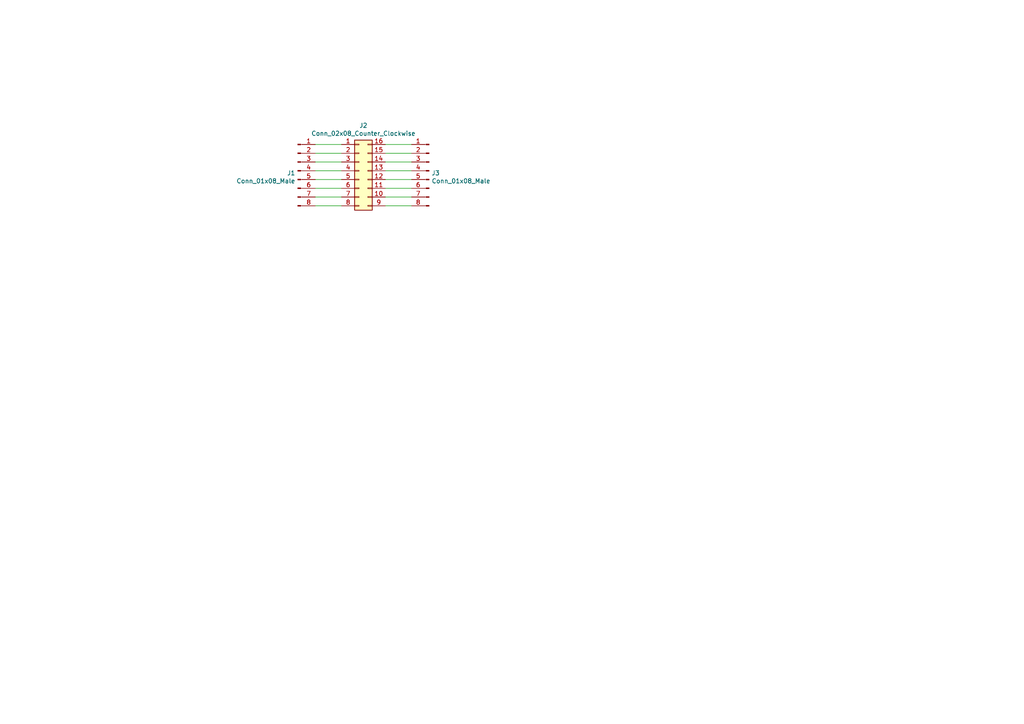
<source format=kicad_sch>
(kicad_sch (version 20211123) (generator eeschema)
  (paper "A4")
  (lib_symbols
    (symbol "Connector:Conn_01x08_Male" (pin_names (offset 1.016) hide)
      (property "Reference" "J" (at 0 10.16 0))
      (property "Value" "Conn_01x08_Male" (at 0 -12.7 0))
      (symbol "Conn_01x08_Male_1_1"
        (polyline (pts (xy 1.27 -10.16) (xy 0.8636 -10.16)) (stroke (width 0.1524)))
        (polyline (pts (xy 1.27 -7.62) (xy 0.8636 -7.62)) (stroke (width 0.1524)))
        (polyline (pts (xy 1.27 -5.08) (xy 0.8636 -5.08)) (stroke (width 0.1524)))
        (polyline (pts (xy 1.27 -2.54) (xy 0.8636 -2.54)) (stroke (width 0.1524)))
        (polyline (pts (xy 1.27 0) (xy 0.8636 0)) (stroke (width 0.1524)))
        (polyline (pts (xy 1.27 2.54) (xy 0.8636 2.54)) (stroke (width 0.1524)))
        (polyline (pts (xy 1.27 5.08) (xy 0.8636 5.08)) (stroke (width 0.1524)))
        (polyline (pts (xy 1.27 7.62) (xy 0.8636 7.62)) (stroke (width 0.1524)))
        (rectangle (start 0.8636 -10.033) (end 0 -10.287) (stroke (width 0.1524)) (fill (type outline)))
        (rectangle (start 0.8636 -7.493) (end 0 -7.747) (stroke (width 0.1524)) (fill (type outline)))
        (rectangle (start 0.8636 -4.953) (end 0 -5.207) (stroke (width 0.1524)) (fill (type outline)))
        (rectangle (start 0.8636 -2.413) (end 0 -2.667) (stroke (width 0.1524)) (fill (type outline)))
        (rectangle (start 0.8636 0.127) (end 0 -0.127) (stroke (width 0.1524)) (fill (type outline)))
        (rectangle (start 0.8636 2.667) (end 0 2.413) (stroke (width 0.1524)) (fill (type outline)))
        (rectangle (start 0.8636 5.207) (end 0 4.953) (stroke (width 0.1524)) (fill (type outline)))
        (rectangle (start 0.8636 7.747) (end 0 7.493) (stroke (width 0.1524)) (fill (type outline)))
        (pin passive line (at 5.08 7.62 180) (length 3.81) (name "Pin_1") (number "1"))
        (pin passive line (at 5.08 5.08 180) (length 3.81) (name "Pin_2") (number "2"))
        (pin passive line (at 5.08 2.54 180) (length 3.81) (name "Pin_3") (number "3"))
        (pin passive line (at 5.08 0 180) (length 3.81) (name "Pin_4") (number "4"))
        (pin passive line (at 5.08 -2.54 180) (length 3.81) (name "Pin_5") (number "5"))
        (pin passive line (at 5.08 -5.08 180) (length 3.81) (name "Pin_6") (number "6"))
        (pin passive line (at 5.08 -7.62 180) (length 3.81) (name "Pin_7") (number "7"))
        (pin passive line (at 5.08 -10.16 180) (length 3.81) (name "Pin_8") (number "8"))
      )
    )
    (symbol "Connector_Generic:Conn_02x08_Counter_Clockwise" (pin_names (offset 1.016) hide)
      (property "Reference" "J" (at 1.27 10.16 0))
      (property "Value" "Conn_02x08_Counter_Clockwise" (at 1.27 -12.7 0))
      (symbol "Conn_02x08_Counter_Clockwise_1_1"
        (rectangle (start -1.27 -10.033) (end 0 -10.287) (stroke (width 0.1524)))
        (rectangle (start -1.27 -7.493) (end 0 -7.747) (stroke (width 0.1524)))
        (rectangle (start -1.27 -4.953) (end 0 -5.207) (stroke (width 0.1524)))
        (rectangle (start -1.27 -2.413) (end 0 -2.667) (stroke (width 0.1524)))
        (rectangle (start -1.27 0.127) (end 0 -0.127) (stroke (width 0.1524)))
        (rectangle (start -1.27 2.667) (end 0 2.413) (stroke (width 0.1524)))
        (rectangle (start -1.27 5.207) (end 0 4.953) (stroke (width 0.1524)))
        (rectangle (start -1.27 7.747) (end 0 7.493) (stroke (width 0.1524)))
        (rectangle (start -1.27 8.89) (end 3.81 -11.43) (stroke (width 0.254)) (fill (type background)))
        (rectangle (start 3.81 -10.033) (end 2.54 -10.287) (stroke (width 0.1524)))
        (rectangle (start 3.81 -7.493) (end 2.54 -7.747) (stroke (width 0.1524)))
        (rectangle (start 3.81 -4.953) (end 2.54 -5.207) (stroke (width 0.1524)))
        (rectangle (start 3.81 -2.413) (end 2.54 -2.667) (stroke (width 0.1524)))
        (rectangle (start 3.81 0.127) (end 2.54 -0.127) (stroke (width 0.1524)))
        (rectangle (start 3.81 2.667) (end 2.54 2.413) (stroke (width 0.1524)))
        (rectangle (start 3.81 5.207) (end 2.54 4.953) (stroke (width 0.1524)))
        (rectangle (start 3.81 7.747) (end 2.54 7.493) (stroke (width 0.1524)))
        (pin passive line (at -5.08 7.62 0) (length 3.81) (name "Pin_1") (number "1"))
        (pin passive line (at 7.62 -7.62 180) (length 3.81) (name "Pin_10") (number "10"))
        (pin passive line (at 7.62 -5.08 180) (length 3.81) (name "Pin_11") (number "11"))
        (pin passive line (at 7.62 -2.54 180) (length 3.81) (name "Pin_12") (number "12"))
        (pin passive line (at 7.62 0 180) (length 3.81) (name "Pin_13") (number "13"))
        (pin passive line (at 7.62 2.54 180) (length 3.81) (name "Pin_14") (number "14"))
        (pin passive line (at 7.62 5.08 180) (length 3.81) (name "Pin_15") (number "15"))
        (pin passive line (at 7.62 7.62 180) (length 3.81) (name "Pin_16") (number "16"))
        (pin passive line (at -5.08 5.08 0) (length 3.81) (name "Pin_2") (number "2"))
        (pin passive line (at -5.08 2.54 0) (length 3.81) (name "Pin_3") (number "3"))
        (pin passive line (at -5.08 0 0) (length 3.81) (name "Pin_4") (number "4"))
        (pin passive line (at -5.08 -2.54 0) (length 3.81) (name "Pin_5") (number "5"))
        (pin passive line (at -5.08 -5.08 0) (length 3.81) (name "Pin_6") (number "6"))
        (pin passive line (at -5.08 -7.62 0) (length 3.81) (name "Pin_7") (number "7"))
        (pin passive line (at -5.08 -10.16 0) (length 3.81) (name "Pin_8") (number "8"))
        (pin passive line (at 7.62 -10.16 180) (length 3.81) (name "Pin_9") (number "9"))
      )
    )
  )
  (wire (pts (xy 111.76 44.45) (xy 119.38 44.45)))
  (wire (pts (xy 111.76 54.61) (xy 119.38 54.61)))
  (wire (pts (xy 111.76 59.69) (xy 119.38 59.69)))
  (wire (pts (xy 91.44 44.45) (xy 99.06 44.45)))
  (wire (pts (xy 91.44 46.99) (xy 99.06 46.99)))
  (wire (pts (xy 91.44 59.69) (xy 99.06 59.69)))
  (wire (pts (xy 91.44 41.91) (xy 99.06 41.91)))
  (wire (pts (xy 111.76 52.07) (xy 119.38 52.07)))
  (wire (pts (xy 111.76 49.53) (xy 119.38 49.53)))
  (wire (pts (xy 111.76 46.99) (xy 119.38 46.99)))
  (wire (pts (xy 91.44 49.53) (xy 99.06 49.53)))
  (wire (pts (xy 91.44 57.15) (xy 99.06 57.15)))
  (wire (pts (xy 111.76 41.91) (xy 119.38 41.91)))
  (wire (pts (xy 111.76 57.15) (xy 119.38 57.15)))
  (wire (pts (xy 91.44 52.07) (xy 99.06 52.07)))
  (wire (pts (xy 91.44 54.61) (xy 99.06 54.61)))
  (symbol (lib_id "Connector_Generic:Conn_02x08_Counter_Clockwise") (at 104.14 49.53 0) (unit 1)
    (property "Reference" "J2" (at 105.41 36.3982 0))
    (property "Value" "Conn_02x08_Counter_Clockwise" (at 105.41 38.7096 0))
    (property "Footprint" "Package_SO:SOIC-16W_7.5x10.3mm_P1.27mm" (effects hide))
  )
  (symbol (lib_id "Connector:Conn_01x08_Male") (at 86.36 49.53 0) (unit 1)
    (property "Reference" "J1" (at 85.6488 50.1904 0) (effects (justify right)))
    (property "Value" "Conn_01x08_Male" (at 85.6488 52.5018 0) (effects (justify right)))
    (property "Footprint" "Connector_PinHeader_2.54mm:PinHeader_1x08_P2.54mm_Vertical" (effects hide))
  )
  (symbol (lib_id "Connector:Conn_01x08_Male") (at 124.46 49.53 0) (mirror y) (unit 1)
    (property "Reference" "J3" (at 125.1712 50.1904 0) (effects (justify right)))
    (property "Value" "Conn_01x08_Male" (at 125.1712 52.5018 0) (effects (justify right)))
    (property "Footprint" "Connector_PinHeader_2.54mm:PinHeader_1x08_P2.54mm_Vertical" (effects hide))
  )
)
</source>
